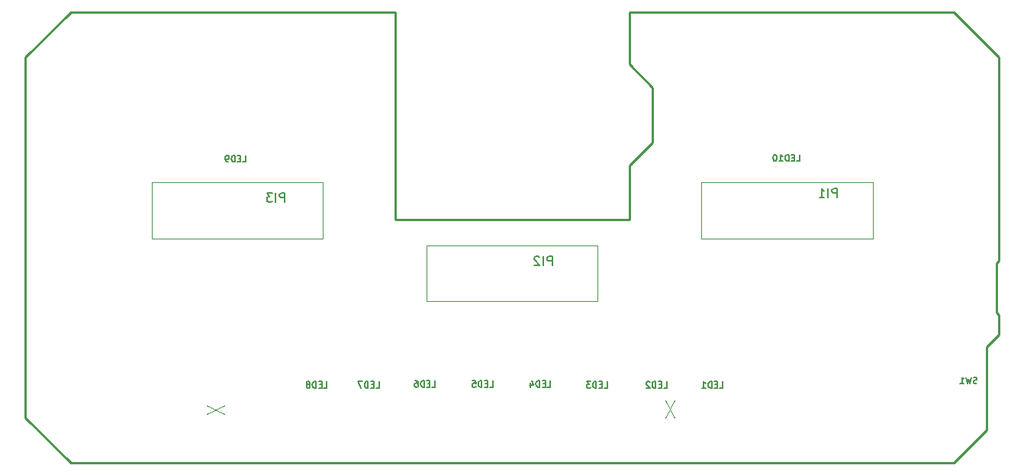
<source format=gbr>
%TF.GenerationSoftware,KiCad,Pcbnew,9.0.0*%
%TF.CreationDate,2025-08-25T22:56:14+01:00*%
%TF.ProjectId,FED3,46454433-2e6b-4696-9361-645f70636258,rev?*%
%TF.SameCoordinates,Original*%
%TF.FileFunction,AssemblyDrawing,Bot*%
%FSLAX46Y46*%
G04 Gerber Fmt 4.6, Leading zero omitted, Abs format (unit mm)*
G04 Created by KiCad (PCBNEW 9.0.0) date 2025-08-25 22:56:14*
%MOMM*%
%LPD*%
G01*
G04 APERTURE LIST*
%ADD10C,0.150000*%
%ADD11C,0.175000*%
%ADD12C,0.100000*%
%TA.AperFunction,Profile*%
%ADD13C,0.250000*%
%TD*%
G04 APERTURE END LIST*
D10*
X180054857Y-96506533D02*
X180388190Y-96506533D01*
X180388190Y-96506533D02*
X180388190Y-95806533D01*
X179821523Y-96139866D02*
X179588190Y-96139866D01*
X179488190Y-96506533D02*
X179821523Y-96506533D01*
X179821523Y-96506533D02*
X179821523Y-95806533D01*
X179821523Y-95806533D02*
X179488190Y-95806533D01*
X179188190Y-96506533D02*
X179188190Y-95806533D01*
X179188190Y-95806533D02*
X179021523Y-95806533D01*
X179021523Y-95806533D02*
X178921523Y-95839866D01*
X178921523Y-95839866D02*
X178854857Y-95906533D01*
X178854857Y-95906533D02*
X178821523Y-95973200D01*
X178821523Y-95973200D02*
X178788190Y-96106533D01*
X178788190Y-96106533D02*
X178788190Y-96206533D01*
X178788190Y-96206533D02*
X178821523Y-96339866D01*
X178821523Y-96339866D02*
X178854857Y-96406533D01*
X178854857Y-96406533D02*
X178921523Y-96473200D01*
X178921523Y-96473200D02*
X179021523Y-96506533D01*
X179021523Y-96506533D02*
X179188190Y-96506533D01*
X178121523Y-96506533D02*
X178521523Y-96506533D01*
X178321523Y-96506533D02*
X178321523Y-95806533D01*
X178321523Y-95806533D02*
X178388190Y-95906533D01*
X178388190Y-95906533D02*
X178454857Y-95973200D01*
X178454857Y-95973200D02*
X178521523Y-96006533D01*
X177688190Y-95806533D02*
X177621523Y-95806533D01*
X177621523Y-95806533D02*
X177554856Y-95839866D01*
X177554856Y-95839866D02*
X177521523Y-95873200D01*
X177521523Y-95873200D02*
X177488190Y-95939866D01*
X177488190Y-95939866D02*
X177454856Y-96073200D01*
X177454856Y-96073200D02*
X177454856Y-96239866D01*
X177454856Y-96239866D02*
X177488190Y-96373200D01*
X177488190Y-96373200D02*
X177521523Y-96439866D01*
X177521523Y-96439866D02*
X177554856Y-96473200D01*
X177554856Y-96473200D02*
X177621523Y-96506533D01*
X177621523Y-96506533D02*
X177688190Y-96506533D01*
X177688190Y-96506533D02*
X177754856Y-96473200D01*
X177754856Y-96473200D02*
X177788190Y-96439866D01*
X177788190Y-96439866D02*
X177821523Y-96373200D01*
X177821523Y-96373200D02*
X177854856Y-96239866D01*
X177854856Y-96239866D02*
X177854856Y-96073200D01*
X177854856Y-96073200D02*
X177821523Y-95939866D01*
X177821523Y-95939866D02*
X177788190Y-95873200D01*
X177788190Y-95873200D02*
X177754856Y-95839866D01*
X177754856Y-95839866D02*
X177688190Y-95806533D01*
X152401316Y-121606533D02*
X152734649Y-121606533D01*
X152734649Y-121606533D02*
X152734649Y-120906533D01*
X152167982Y-121239866D02*
X151934649Y-121239866D01*
X151834649Y-121606533D02*
X152167982Y-121606533D01*
X152167982Y-121606533D02*
X152167982Y-120906533D01*
X152167982Y-120906533D02*
X151834649Y-120906533D01*
X151534649Y-121606533D02*
X151534649Y-120906533D01*
X151534649Y-120906533D02*
X151367982Y-120906533D01*
X151367982Y-120906533D02*
X151267982Y-120939866D01*
X151267982Y-120939866D02*
X151201316Y-121006533D01*
X151201316Y-121006533D02*
X151167982Y-121073200D01*
X151167982Y-121073200D02*
X151134649Y-121206533D01*
X151134649Y-121206533D02*
X151134649Y-121306533D01*
X151134649Y-121306533D02*
X151167982Y-121439866D01*
X151167982Y-121439866D02*
X151201316Y-121506533D01*
X151201316Y-121506533D02*
X151267982Y-121573200D01*
X151267982Y-121573200D02*
X151367982Y-121606533D01*
X151367982Y-121606533D02*
X151534649Y-121606533D01*
X150534649Y-121139866D02*
X150534649Y-121606533D01*
X150701316Y-120873200D02*
X150867982Y-121373200D01*
X150867982Y-121373200D02*
X150434649Y-121373200D01*
X200067982Y-121173200D02*
X199967982Y-121206533D01*
X199967982Y-121206533D02*
X199801316Y-121206533D01*
X199801316Y-121206533D02*
X199734649Y-121173200D01*
X199734649Y-121173200D02*
X199701316Y-121139866D01*
X199701316Y-121139866D02*
X199667982Y-121073200D01*
X199667982Y-121073200D02*
X199667982Y-121006533D01*
X199667982Y-121006533D02*
X199701316Y-120939866D01*
X199701316Y-120939866D02*
X199734649Y-120906533D01*
X199734649Y-120906533D02*
X199801316Y-120873200D01*
X199801316Y-120873200D02*
X199934649Y-120839866D01*
X199934649Y-120839866D02*
X200001316Y-120806533D01*
X200001316Y-120806533D02*
X200034649Y-120773200D01*
X200034649Y-120773200D02*
X200067982Y-120706533D01*
X200067982Y-120706533D02*
X200067982Y-120639866D01*
X200067982Y-120639866D02*
X200034649Y-120573200D01*
X200034649Y-120573200D02*
X200001316Y-120539866D01*
X200001316Y-120539866D02*
X199934649Y-120506533D01*
X199934649Y-120506533D02*
X199767982Y-120506533D01*
X199767982Y-120506533D02*
X199667982Y-120539866D01*
X199434649Y-120506533D02*
X199267982Y-121206533D01*
X199267982Y-121206533D02*
X199134649Y-120706533D01*
X199134649Y-120706533D02*
X199001315Y-121206533D01*
X199001315Y-121206533D02*
X198834649Y-120506533D01*
X198201315Y-121206533D02*
X198601315Y-121206533D01*
X198401315Y-121206533D02*
X198401315Y-120506533D01*
X198401315Y-120506533D02*
X198467982Y-120606533D01*
X198467982Y-120606533D02*
X198534649Y-120673200D01*
X198534649Y-120673200D02*
X198601315Y-120706533D01*
X118601316Y-96606533D02*
X118934649Y-96606533D01*
X118934649Y-96606533D02*
X118934649Y-95906533D01*
X118367982Y-96239866D02*
X118134649Y-96239866D01*
X118034649Y-96606533D02*
X118367982Y-96606533D01*
X118367982Y-96606533D02*
X118367982Y-95906533D01*
X118367982Y-95906533D02*
X118034649Y-95906533D01*
X117734649Y-96606533D02*
X117734649Y-95906533D01*
X117734649Y-95906533D02*
X117567982Y-95906533D01*
X117567982Y-95906533D02*
X117467982Y-95939866D01*
X117467982Y-95939866D02*
X117401316Y-96006533D01*
X117401316Y-96006533D02*
X117367982Y-96073200D01*
X117367982Y-96073200D02*
X117334649Y-96206533D01*
X117334649Y-96206533D02*
X117334649Y-96306533D01*
X117334649Y-96306533D02*
X117367982Y-96439866D01*
X117367982Y-96439866D02*
X117401316Y-96506533D01*
X117401316Y-96506533D02*
X117467982Y-96573200D01*
X117467982Y-96573200D02*
X117567982Y-96606533D01*
X117567982Y-96606533D02*
X117734649Y-96606533D01*
X117001316Y-96606533D02*
X116867982Y-96606533D01*
X116867982Y-96606533D02*
X116801316Y-96573200D01*
X116801316Y-96573200D02*
X116767982Y-96539866D01*
X116767982Y-96539866D02*
X116701316Y-96439866D01*
X116701316Y-96439866D02*
X116667982Y-96306533D01*
X116667982Y-96306533D02*
X116667982Y-96039866D01*
X116667982Y-96039866D02*
X116701316Y-95973200D01*
X116701316Y-95973200D02*
X116734649Y-95939866D01*
X116734649Y-95939866D02*
X116801316Y-95906533D01*
X116801316Y-95906533D02*
X116934649Y-95906533D01*
X116934649Y-95906533D02*
X117001316Y-95939866D01*
X117001316Y-95939866D02*
X117034649Y-95973200D01*
X117034649Y-95973200D02*
X117067982Y-96039866D01*
X117067982Y-96039866D02*
X117067982Y-96206533D01*
X117067982Y-96206533D02*
X117034649Y-96273200D01*
X117034649Y-96273200D02*
X117001316Y-96306533D01*
X117001316Y-96306533D02*
X116934649Y-96339866D01*
X116934649Y-96339866D02*
X116801316Y-96339866D01*
X116801316Y-96339866D02*
X116734649Y-96306533D01*
X116734649Y-96306533D02*
X116701316Y-96273200D01*
X116701316Y-96273200D02*
X116667982Y-96206533D01*
X127601316Y-121706533D02*
X127934649Y-121706533D01*
X127934649Y-121706533D02*
X127934649Y-121006533D01*
X127367982Y-121339866D02*
X127134649Y-121339866D01*
X127034649Y-121706533D02*
X127367982Y-121706533D01*
X127367982Y-121706533D02*
X127367982Y-121006533D01*
X127367982Y-121006533D02*
X127034649Y-121006533D01*
X126734649Y-121706533D02*
X126734649Y-121006533D01*
X126734649Y-121006533D02*
X126567982Y-121006533D01*
X126567982Y-121006533D02*
X126467982Y-121039866D01*
X126467982Y-121039866D02*
X126401316Y-121106533D01*
X126401316Y-121106533D02*
X126367982Y-121173200D01*
X126367982Y-121173200D02*
X126334649Y-121306533D01*
X126334649Y-121306533D02*
X126334649Y-121406533D01*
X126334649Y-121406533D02*
X126367982Y-121539866D01*
X126367982Y-121539866D02*
X126401316Y-121606533D01*
X126401316Y-121606533D02*
X126467982Y-121673200D01*
X126467982Y-121673200D02*
X126567982Y-121706533D01*
X126567982Y-121706533D02*
X126734649Y-121706533D01*
X125934649Y-121306533D02*
X126001316Y-121273200D01*
X126001316Y-121273200D02*
X126034649Y-121239866D01*
X126034649Y-121239866D02*
X126067982Y-121173200D01*
X126067982Y-121173200D02*
X126067982Y-121139866D01*
X126067982Y-121139866D02*
X126034649Y-121073200D01*
X126034649Y-121073200D02*
X126001316Y-121039866D01*
X126001316Y-121039866D02*
X125934649Y-121006533D01*
X125934649Y-121006533D02*
X125801316Y-121006533D01*
X125801316Y-121006533D02*
X125734649Y-121039866D01*
X125734649Y-121039866D02*
X125701316Y-121073200D01*
X125701316Y-121073200D02*
X125667982Y-121139866D01*
X125667982Y-121139866D02*
X125667982Y-121173200D01*
X125667982Y-121173200D02*
X125701316Y-121239866D01*
X125701316Y-121239866D02*
X125734649Y-121273200D01*
X125734649Y-121273200D02*
X125801316Y-121306533D01*
X125801316Y-121306533D02*
X125934649Y-121306533D01*
X125934649Y-121306533D02*
X126001316Y-121339866D01*
X126001316Y-121339866D02*
X126034649Y-121373200D01*
X126034649Y-121373200D02*
X126067982Y-121439866D01*
X126067982Y-121439866D02*
X126067982Y-121573200D01*
X126067982Y-121573200D02*
X126034649Y-121639866D01*
X126034649Y-121639866D02*
X126001316Y-121673200D01*
X126001316Y-121673200D02*
X125934649Y-121706533D01*
X125934649Y-121706533D02*
X125801316Y-121706533D01*
X125801316Y-121706533D02*
X125734649Y-121673200D01*
X125734649Y-121673200D02*
X125701316Y-121639866D01*
X125701316Y-121639866D02*
X125667982Y-121573200D01*
X125667982Y-121573200D02*
X125667982Y-121439866D01*
X125667982Y-121439866D02*
X125701316Y-121373200D01*
X125701316Y-121373200D02*
X125734649Y-121339866D01*
X125734649Y-121339866D02*
X125801316Y-121306533D01*
X158701316Y-121706533D02*
X159034649Y-121706533D01*
X159034649Y-121706533D02*
X159034649Y-121006533D01*
X158467982Y-121339866D02*
X158234649Y-121339866D01*
X158134649Y-121706533D02*
X158467982Y-121706533D01*
X158467982Y-121706533D02*
X158467982Y-121006533D01*
X158467982Y-121006533D02*
X158134649Y-121006533D01*
X157834649Y-121706533D02*
X157834649Y-121006533D01*
X157834649Y-121006533D02*
X157667982Y-121006533D01*
X157667982Y-121006533D02*
X157567982Y-121039866D01*
X157567982Y-121039866D02*
X157501316Y-121106533D01*
X157501316Y-121106533D02*
X157467982Y-121173200D01*
X157467982Y-121173200D02*
X157434649Y-121306533D01*
X157434649Y-121306533D02*
X157434649Y-121406533D01*
X157434649Y-121406533D02*
X157467982Y-121539866D01*
X157467982Y-121539866D02*
X157501316Y-121606533D01*
X157501316Y-121606533D02*
X157567982Y-121673200D01*
X157567982Y-121673200D02*
X157667982Y-121706533D01*
X157667982Y-121706533D02*
X157834649Y-121706533D01*
X157201316Y-121006533D02*
X156767982Y-121006533D01*
X156767982Y-121006533D02*
X157001316Y-121273200D01*
X157001316Y-121273200D02*
X156901316Y-121273200D01*
X156901316Y-121273200D02*
X156834649Y-121306533D01*
X156834649Y-121306533D02*
X156801316Y-121339866D01*
X156801316Y-121339866D02*
X156767982Y-121406533D01*
X156767982Y-121406533D02*
X156767982Y-121573200D01*
X156767982Y-121573200D02*
X156801316Y-121639866D01*
X156801316Y-121639866D02*
X156834649Y-121673200D01*
X156834649Y-121673200D02*
X156901316Y-121706533D01*
X156901316Y-121706533D02*
X157101316Y-121706533D01*
X157101316Y-121706533D02*
X157167982Y-121673200D01*
X157167982Y-121673200D02*
X157201316Y-121639866D01*
X171501316Y-121706533D02*
X171834649Y-121706533D01*
X171834649Y-121706533D02*
X171834649Y-121006533D01*
X171267982Y-121339866D02*
X171034649Y-121339866D01*
X170934649Y-121706533D02*
X171267982Y-121706533D01*
X171267982Y-121706533D02*
X171267982Y-121006533D01*
X171267982Y-121006533D02*
X170934649Y-121006533D01*
X170634649Y-121706533D02*
X170634649Y-121006533D01*
X170634649Y-121006533D02*
X170467982Y-121006533D01*
X170467982Y-121006533D02*
X170367982Y-121039866D01*
X170367982Y-121039866D02*
X170301316Y-121106533D01*
X170301316Y-121106533D02*
X170267982Y-121173200D01*
X170267982Y-121173200D02*
X170234649Y-121306533D01*
X170234649Y-121306533D02*
X170234649Y-121406533D01*
X170234649Y-121406533D02*
X170267982Y-121539866D01*
X170267982Y-121539866D02*
X170301316Y-121606533D01*
X170301316Y-121606533D02*
X170367982Y-121673200D01*
X170367982Y-121673200D02*
X170467982Y-121706533D01*
X170467982Y-121706533D02*
X170634649Y-121706533D01*
X169567982Y-121706533D02*
X169967982Y-121706533D01*
X169767982Y-121706533D02*
X169767982Y-121006533D01*
X169767982Y-121006533D02*
X169834649Y-121106533D01*
X169834649Y-121106533D02*
X169901316Y-121173200D01*
X169901316Y-121173200D02*
X169967982Y-121206533D01*
X123263220Y-101069819D02*
X123263220Y-100069819D01*
X123263220Y-100069819D02*
X122882268Y-100069819D01*
X122882268Y-100069819D02*
X122787030Y-100117438D01*
X122787030Y-100117438D02*
X122739411Y-100165057D01*
X122739411Y-100165057D02*
X122691792Y-100260295D01*
X122691792Y-100260295D02*
X122691792Y-100403152D01*
X122691792Y-100403152D02*
X122739411Y-100498390D01*
X122739411Y-100498390D02*
X122787030Y-100546009D01*
X122787030Y-100546009D02*
X122882268Y-100593628D01*
X122882268Y-100593628D02*
X123263220Y-100593628D01*
X122263220Y-101069819D02*
X122263220Y-100069819D01*
X121882268Y-100069819D02*
X121263221Y-100069819D01*
X121263221Y-100069819D02*
X121596554Y-100450771D01*
X121596554Y-100450771D02*
X121453697Y-100450771D01*
X121453697Y-100450771D02*
X121358459Y-100498390D01*
X121358459Y-100498390D02*
X121310840Y-100546009D01*
X121310840Y-100546009D02*
X121263221Y-100641247D01*
X121263221Y-100641247D02*
X121263221Y-100879342D01*
X121263221Y-100879342D02*
X121310840Y-100974580D01*
X121310840Y-100974580D02*
X121358459Y-101022200D01*
X121358459Y-101022200D02*
X121453697Y-101069819D01*
X121453697Y-101069819D02*
X121739411Y-101069819D01*
X121739411Y-101069819D02*
X121834649Y-101022200D01*
X121834649Y-101022200D02*
X121882268Y-100974580D01*
X184563220Y-100569819D02*
X184563220Y-99569819D01*
X184563220Y-99569819D02*
X184182268Y-99569819D01*
X184182268Y-99569819D02*
X184087030Y-99617438D01*
X184087030Y-99617438D02*
X184039411Y-99665057D01*
X184039411Y-99665057D02*
X183991792Y-99760295D01*
X183991792Y-99760295D02*
X183991792Y-99903152D01*
X183991792Y-99903152D02*
X184039411Y-99998390D01*
X184039411Y-99998390D02*
X184087030Y-100046009D01*
X184087030Y-100046009D02*
X184182268Y-100093628D01*
X184182268Y-100093628D02*
X184563220Y-100093628D01*
X183563220Y-100569819D02*
X183563220Y-99569819D01*
X182563221Y-100569819D02*
X183134649Y-100569819D01*
X182848935Y-100569819D02*
X182848935Y-99569819D01*
X182848935Y-99569819D02*
X182944173Y-99712676D01*
X182944173Y-99712676D02*
X183039411Y-99807914D01*
X183039411Y-99807914D02*
X183134649Y-99855533D01*
X152937800Y-108108941D02*
X152937800Y-107108941D01*
X152937800Y-107108941D02*
X152556848Y-107108941D01*
X152556848Y-107108941D02*
X152461610Y-107156560D01*
X152461610Y-107156560D02*
X152413991Y-107204179D01*
X152413991Y-107204179D02*
X152366372Y-107299417D01*
X152366372Y-107299417D02*
X152366372Y-107442274D01*
X152366372Y-107442274D02*
X152413991Y-107537512D01*
X152413991Y-107537512D02*
X152461610Y-107585131D01*
X152461610Y-107585131D02*
X152556848Y-107632750D01*
X152556848Y-107632750D02*
X152937800Y-107632750D01*
X151937800Y-108108941D02*
X151937800Y-107108941D01*
X151509229Y-107204179D02*
X151461610Y-107156560D01*
X151461610Y-107156560D02*
X151366372Y-107108941D01*
X151366372Y-107108941D02*
X151128277Y-107108941D01*
X151128277Y-107108941D02*
X151033039Y-107156560D01*
X151033039Y-107156560D02*
X150985420Y-107204179D01*
X150985420Y-107204179D02*
X150937801Y-107299417D01*
X150937801Y-107299417D02*
X150937801Y-107394655D01*
X150937801Y-107394655D02*
X150985420Y-107537512D01*
X150985420Y-107537512D02*
X151556848Y-108108941D01*
X151556848Y-108108941D02*
X150937801Y-108108941D01*
X165301316Y-121706533D02*
X165634649Y-121706533D01*
X165634649Y-121706533D02*
X165634649Y-121006533D01*
X165067982Y-121339866D02*
X164834649Y-121339866D01*
X164734649Y-121706533D02*
X165067982Y-121706533D01*
X165067982Y-121706533D02*
X165067982Y-121006533D01*
X165067982Y-121006533D02*
X164734649Y-121006533D01*
X164434649Y-121706533D02*
X164434649Y-121006533D01*
X164434649Y-121006533D02*
X164267982Y-121006533D01*
X164267982Y-121006533D02*
X164167982Y-121039866D01*
X164167982Y-121039866D02*
X164101316Y-121106533D01*
X164101316Y-121106533D02*
X164067982Y-121173200D01*
X164067982Y-121173200D02*
X164034649Y-121306533D01*
X164034649Y-121306533D02*
X164034649Y-121406533D01*
X164034649Y-121406533D02*
X164067982Y-121539866D01*
X164067982Y-121539866D02*
X164101316Y-121606533D01*
X164101316Y-121606533D02*
X164167982Y-121673200D01*
X164167982Y-121673200D02*
X164267982Y-121706533D01*
X164267982Y-121706533D02*
X164434649Y-121706533D01*
X163767982Y-121073200D02*
X163734649Y-121039866D01*
X163734649Y-121039866D02*
X163667982Y-121006533D01*
X163667982Y-121006533D02*
X163501316Y-121006533D01*
X163501316Y-121006533D02*
X163434649Y-121039866D01*
X163434649Y-121039866D02*
X163401316Y-121073200D01*
X163401316Y-121073200D02*
X163367982Y-121139866D01*
X163367982Y-121139866D02*
X163367982Y-121206533D01*
X163367982Y-121206533D02*
X163401316Y-121306533D01*
X163401316Y-121306533D02*
X163801316Y-121706533D01*
X163801316Y-121706533D02*
X163367982Y-121706533D01*
X139601316Y-121606533D02*
X139934649Y-121606533D01*
X139934649Y-121606533D02*
X139934649Y-120906533D01*
X139367982Y-121239866D02*
X139134649Y-121239866D01*
X139034649Y-121606533D02*
X139367982Y-121606533D01*
X139367982Y-121606533D02*
X139367982Y-120906533D01*
X139367982Y-120906533D02*
X139034649Y-120906533D01*
X138734649Y-121606533D02*
X138734649Y-120906533D01*
X138734649Y-120906533D02*
X138567982Y-120906533D01*
X138567982Y-120906533D02*
X138467982Y-120939866D01*
X138467982Y-120939866D02*
X138401316Y-121006533D01*
X138401316Y-121006533D02*
X138367982Y-121073200D01*
X138367982Y-121073200D02*
X138334649Y-121206533D01*
X138334649Y-121206533D02*
X138334649Y-121306533D01*
X138334649Y-121306533D02*
X138367982Y-121439866D01*
X138367982Y-121439866D02*
X138401316Y-121506533D01*
X138401316Y-121506533D02*
X138467982Y-121573200D01*
X138467982Y-121573200D02*
X138567982Y-121606533D01*
X138567982Y-121606533D02*
X138734649Y-121606533D01*
X137734649Y-120906533D02*
X137867982Y-120906533D01*
X137867982Y-120906533D02*
X137934649Y-120939866D01*
X137934649Y-120939866D02*
X137967982Y-120973200D01*
X137967982Y-120973200D02*
X138034649Y-121073200D01*
X138034649Y-121073200D02*
X138067982Y-121206533D01*
X138067982Y-121206533D02*
X138067982Y-121473200D01*
X138067982Y-121473200D02*
X138034649Y-121539866D01*
X138034649Y-121539866D02*
X138001316Y-121573200D01*
X138001316Y-121573200D02*
X137934649Y-121606533D01*
X137934649Y-121606533D02*
X137801316Y-121606533D01*
X137801316Y-121606533D02*
X137734649Y-121573200D01*
X137734649Y-121573200D02*
X137701316Y-121539866D01*
X137701316Y-121539866D02*
X137667982Y-121473200D01*
X137667982Y-121473200D02*
X137667982Y-121306533D01*
X137667982Y-121306533D02*
X137701316Y-121239866D01*
X137701316Y-121239866D02*
X137734649Y-121206533D01*
X137734649Y-121206533D02*
X137801316Y-121173200D01*
X137801316Y-121173200D02*
X137934649Y-121173200D01*
X137934649Y-121173200D02*
X138001316Y-121206533D01*
X138001316Y-121206533D02*
X138034649Y-121239866D01*
X138034649Y-121239866D02*
X138067982Y-121306533D01*
D11*
X133384869Y-121705233D02*
X133718202Y-121705233D01*
X133718202Y-121705233D02*
X133718202Y-121005233D01*
X133151535Y-121338566D02*
X132918202Y-121338566D01*
X132818202Y-121705233D02*
X133151535Y-121705233D01*
X133151535Y-121705233D02*
X133151535Y-121005233D01*
X133151535Y-121005233D02*
X132818202Y-121005233D01*
X132518202Y-121705233D02*
X132518202Y-121005233D01*
X132518202Y-121005233D02*
X132351535Y-121005233D01*
X132351535Y-121005233D02*
X132251535Y-121038566D01*
X132251535Y-121038566D02*
X132184869Y-121105233D01*
X132184869Y-121105233D02*
X132151535Y-121171900D01*
X132151535Y-121171900D02*
X132118202Y-121305233D01*
X132118202Y-121305233D02*
X132118202Y-121405233D01*
X132118202Y-121405233D02*
X132151535Y-121538566D01*
X132151535Y-121538566D02*
X132184869Y-121605233D01*
X132184869Y-121605233D02*
X132251535Y-121671900D01*
X132251535Y-121671900D02*
X132351535Y-121705233D01*
X132351535Y-121705233D02*
X132518202Y-121705233D01*
X131884869Y-121005233D02*
X131418202Y-121005233D01*
X131418202Y-121005233D02*
X131718202Y-121705233D01*
D10*
X146001316Y-121606533D02*
X146334649Y-121606533D01*
X146334649Y-121606533D02*
X146334649Y-120906533D01*
X145767982Y-121239866D02*
X145534649Y-121239866D01*
X145434649Y-121606533D02*
X145767982Y-121606533D01*
X145767982Y-121606533D02*
X145767982Y-120906533D01*
X145767982Y-120906533D02*
X145434649Y-120906533D01*
X145134649Y-121606533D02*
X145134649Y-120906533D01*
X145134649Y-120906533D02*
X144967982Y-120906533D01*
X144967982Y-120906533D02*
X144867982Y-120939866D01*
X144867982Y-120939866D02*
X144801316Y-121006533D01*
X144801316Y-121006533D02*
X144767982Y-121073200D01*
X144767982Y-121073200D02*
X144734649Y-121206533D01*
X144734649Y-121206533D02*
X144734649Y-121306533D01*
X144734649Y-121306533D02*
X144767982Y-121439866D01*
X144767982Y-121439866D02*
X144801316Y-121506533D01*
X144801316Y-121506533D02*
X144867982Y-121573200D01*
X144867982Y-121573200D02*
X144967982Y-121606533D01*
X144967982Y-121606533D02*
X145134649Y-121606533D01*
X144101316Y-120906533D02*
X144434649Y-120906533D01*
X144434649Y-120906533D02*
X144467982Y-121239866D01*
X144467982Y-121239866D02*
X144434649Y-121206533D01*
X144434649Y-121206533D02*
X144367982Y-121173200D01*
X144367982Y-121173200D02*
X144201316Y-121173200D01*
X144201316Y-121173200D02*
X144134649Y-121206533D01*
X144134649Y-121206533D02*
X144101316Y-121239866D01*
X144101316Y-121239866D02*
X144067982Y-121306533D01*
X144067982Y-121306533D02*
X144067982Y-121473200D01*
X144067982Y-121473200D02*
X144101316Y-121539866D01*
X144101316Y-121539866D02*
X144134649Y-121573200D01*
X144134649Y-121573200D02*
X144201316Y-121606533D01*
X144201316Y-121606533D02*
X144367982Y-121606533D01*
X144367982Y-121606533D02*
X144434649Y-121573200D01*
X144434649Y-121573200D02*
X144467982Y-121539866D01*
%TO.C,PI3*%
D12*
X127501100Y-98903600D02*
X108501100Y-98903600D01*
X108501100Y-105103600D01*
X127501100Y-105103600D01*
X127501100Y-98903600D01*
%TO.C,PI1*%
X188501100Y-98903600D02*
X169501100Y-98903600D01*
X169501100Y-105103600D01*
X188501100Y-105103600D01*
X188501100Y-98903600D01*
%TO.C,PI2*%
X158001100Y-105903600D02*
X139001100Y-105903600D01*
X139001100Y-112103600D01*
X158001100Y-112103600D01*
X158001100Y-105903600D01*
%TD*%
X165505000Y-123120000D02*
X166495000Y-125030000D01*
X165505000Y-125030000D02*
X166495000Y-123120000D01*
X114645000Y-123655000D02*
X116555000Y-124645000D01*
X114645000Y-124645000D02*
X116555000Y-123655000D01*
D13*
X201101100Y-126403600D02*
X201101100Y-117203600D01*
X161501100Y-103003600D02*
X135501100Y-103003600D01*
X161501100Y-80003600D02*
X161501100Y-85751600D01*
X161501100Y-85751600D02*
X164097100Y-88347600D01*
X99501100Y-80003600D02*
X94501100Y-85003600D01*
X202221100Y-107883600D02*
X202501100Y-107603600D01*
X202501100Y-85003600D02*
X197501100Y-80003600D01*
X202221100Y-113323600D02*
X202221100Y-107883600D01*
X202501100Y-107603600D02*
X202501100Y-85003600D01*
X161501100Y-96983600D02*
X161501100Y-103003600D01*
X202501100Y-113603600D02*
X202221100Y-113323600D01*
X135501100Y-103003600D02*
X135501100Y-80003600D01*
X94501100Y-125003600D02*
X99501100Y-130003600D01*
X164097100Y-88347600D02*
X164097100Y-94443600D01*
X197501100Y-130003600D02*
X201101100Y-126403600D01*
X197501100Y-80003600D02*
X161501100Y-80003600D01*
X202501100Y-115803600D02*
X202501100Y-113603600D01*
X94501100Y-85003600D02*
X94501100Y-125003600D01*
X99501100Y-130003600D02*
X197501100Y-130003600D01*
X164097100Y-94443600D02*
X161501100Y-96983600D01*
X201101100Y-117203600D02*
X202501100Y-115803600D01*
X135501100Y-80003600D02*
X99501100Y-80003600D01*
M02*

</source>
